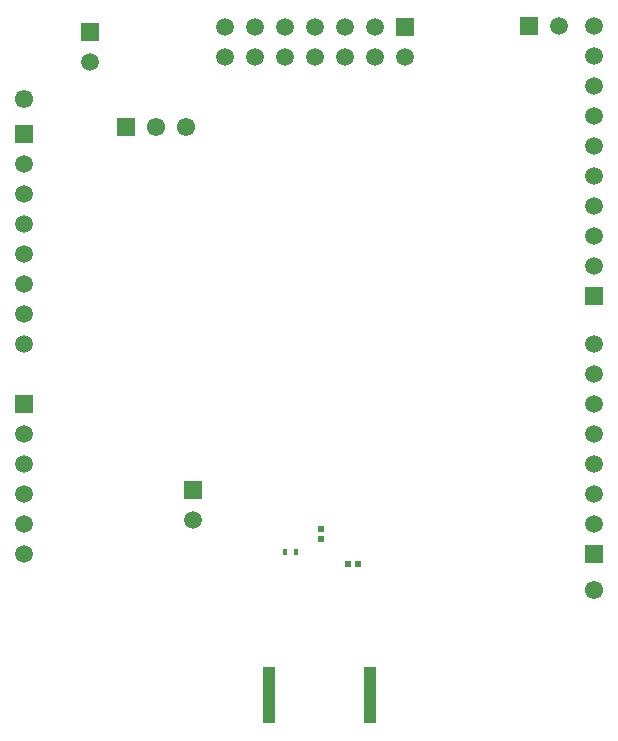
<source format=gbr>
%FSLAX44Y44*%
%MOMM*%
%SFA1B1*%

%IPPOS*%
%ADD13R,0.519999X0.519999*%
%ADD14R,0.519999X0.519999*%
%ADD29R,1.019998X4.749991*%
%ADD44R,1.499997X1.499997*%
%ADD45C,1.499997*%
%ADD46R,1.499997X1.499997*%
%ADD47C,1.549997*%
%ADD48R,1.549997X1.549997*%
%ADD55R,0.449999X0.549999*%
G54D13*
X266499Y164249D03*
Y156249D03*
G54D14*
X297499Y134999D03*
X289499D03*
G54D29*
X307749Y23749D03*
X222749D03*
G54D44*
X497599Y142999D03*
Y361399D03*
X158499Y197499D03*
X70999Y585249D03*
X14999Y269999D03*
Y498599D03*
G54D45*
X497599Y168399D03*
Y193799D03*
Y219199D03*
Y244599D03*
Y269999D03*
Y295399D03*
Y320799D03*
X467999Y589999D03*
X497599Y412199D03*
Y589999D03*
Y564599D03*
Y539199D03*
Y513799D03*
Y488399D03*
Y462999D03*
Y437599D03*
Y386799D03*
X158499Y172099D03*
X70999Y559849D03*
X14999Y244599D03*
Y219199D03*
Y193799D03*
Y168399D03*
Y142999D03*
Y473199D03*
Y447799D03*
Y422399D03*
Y396999D03*
Y371599D03*
Y346199D03*
Y320799D03*
X184999Y563999D03*
Y589399D03*
X210399Y563999D03*
Y589399D03*
X235799Y563999D03*
Y589399D03*
X261199Y563999D03*
Y589399D03*
X286599Y563999D03*
Y589399D03*
X311999Y563999D03*
Y589399D03*
X337399Y563999D03*
G54D46*
X442599Y589999D03*
X337399Y589399D03*
G54D47*
X497599Y113249D03*
X14999Y528499D03*
X126899Y504499D03*
X152299D03*
G54D48*
X101499Y504499D03*
G54D55*
X235999Y144999D03*
X244999D03*
M02*
</source>
